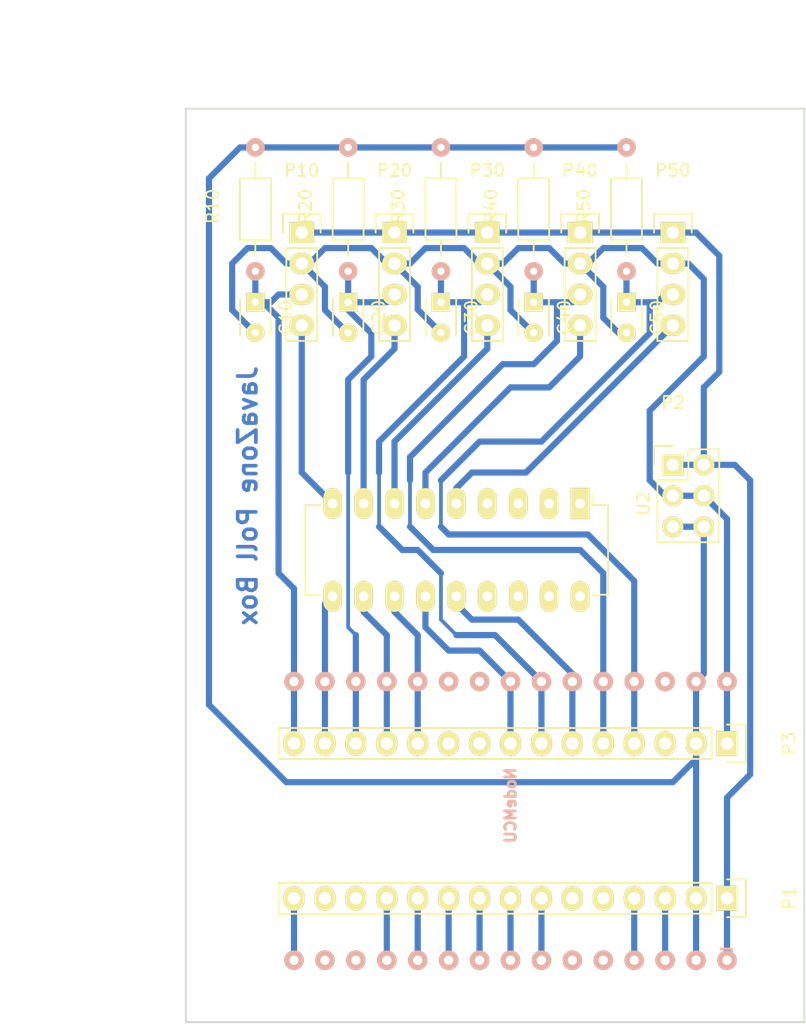
<source format=kicad_pcb>
(kicad_pcb (version 4) (host pcbnew 4.0.2+dfsg1-stable)

  (general
    (links 75)
    (no_connects 0)
    (area 77.394999 44.374999 128.345001 119.455001)
    (thickness 1.6)
    (drawings 9)
    (tracks 208)
    (zones 0)
    (modules 20)
    (nets 28)
  )

  (page A4)
  (layers
    (0 F.Cu signal)
    (31 B.Cu signal)
    (32 B.Adhes user hide)
    (33 F.Adhes user hide)
    (34 B.Paste user)
    (35 F.Paste user)
    (36 B.SilkS user hide)
    (37 F.SilkS user hide)
    (38 B.Mask user)
    (39 F.Mask user)
    (40 Dwgs.User user)
    (41 Cmts.User user)
    (42 Eco1.User user)
    (43 Eco2.User user)
    (44 Edge.Cuts user)
    (45 Margin user)
    (46 B.CrtYd user)
    (47 F.CrtYd user)
    (48 B.Fab user)
    (49 F.Fab user)
  )

  (setup
    (last_trace_width 0.508)
    (user_trace_width 0.3048)
    (user_trace_width 0.508)
    (trace_clearance 0.254)
    (zone_clearance 0.508)
    (zone_45_only no)
    (trace_min 0.3048)
    (segment_width 0.2)
    (edge_width 0.15)
    (via_size 0.6)
    (via_drill 0.4)
    (via_min_size 0.4)
    (via_min_drill 0.3)
    (uvia_size 0.3)
    (uvia_drill 0.1)
    (uvias_allowed no)
    (uvia_min_size 0)
    (uvia_min_drill 0)
    (pcb_text_width 0.3)
    (pcb_text_size 1.5 1.5)
    (mod_edge_width 0.15)
    (mod_text_size 1 1)
    (mod_text_width 0.15)
    (pad_size 1.524 1.524)
    (pad_drill 0.6)
    (pad_to_mask_clearance 0.2)
    (aux_axis_origin 0 0)
    (grid_origin 118.11 74.93)
    (visible_elements FFFCBF7F)
    (pcbplotparams
      (layerselection 0x00030_80000001)
      (usegerberextensions false)
      (excludeedgelayer true)
      (linewidth 0.100000)
      (plotframeref false)
      (viasonmask false)
      (mode 1)
      (useauxorigin false)
      (hpglpennumber 1)
      (hpglpenspeed 20)
      (hpglpendiameter 15)
      (hpglpenoverlay 2)
      (psnegative false)
      (psa4output false)
      (plotreference true)
      (plotvalue true)
      (plotinvisibletext false)
      (padsonsilk false)
      (subtractmaskfromsilk false)
      (outputformat 1)
      (mirror false)
      (drillshape 1)
      (scaleselection 1)
      (outputdirectory ""))
  )

  (net 0 "")
  (net 1 +3V3)
  (net 2 +5V)
  (net 3 GND)
  (net 4 /LED_1)
  (net 5 /LED_2)
  (net 6 /LED_3)
  (net 7 /LED_4)
  (net 8 /SWITCH_1)
  (net 9 /SWITCH_2)
  (net 10 /SWITCH_3)
  (net 11 /SWITCH_4)
  (net 12 /SWITCH_5)
  (net 13 /LED_5)
  (net 14 /~RST)
  (net 15 /EN)
  (net 16 /CLK)
  (net 17 /SD0)
  (net 18 /CMD)
  (net 19 /SD1)
  (net 20 /SD2)
  (net 21 /SD3)
  (net 22 /AD0)
  (net 23 "Net-(P3-Pad14)")
  (net 24 "Net-(P3-Pad12)")
  (net 25 "Net-(P3-Pad11)")
  (net 26 "Net-(P3-Pad8)")
  (net 27 "Net-(P3-Pad6)")

  (net_class Default "This is the default net class."
    (clearance 0.254)
    (trace_width 0.508)
    (via_dia 0.6)
    (via_drill 0.4)
    (uvia_dia 0.3)
    (uvia_drill 0.1)
    (add_net +3V3)
    (add_net +5V)
    (add_net /AD0)
    (add_net /CLK)
    (add_net /CMD)
    (add_net /EN)
    (add_net /LED_1)
    (add_net /LED_2)
    (add_net /LED_3)
    (add_net /LED_4)
    (add_net /LED_5)
    (add_net /SD0)
    (add_net /SD1)
    (add_net /SD2)
    (add_net /SD3)
    (add_net /SWITCH_1)
    (add_net /SWITCH_2)
    (add_net /SWITCH_3)
    (add_net /SWITCH_4)
    (add_net /SWITCH_5)
    (add_net /~RST)
    (add_net GND)
    (add_net "Net-(P3-Pad11)")
    (add_net "Net-(P3-Pad12)")
    (add_net "Net-(P3-Pad14)")
    (add_net "Net-(P3-Pad6)")
    (add_net "Net-(P3-Pad8)")
  )

  (module Pin_Headers:Pin_Header_Straight_1x04 (layer F.Cu) (tedit 0) (tstamp 57403777)
    (at 109.855 54.61)
    (descr "Through hole pin header")
    (tags "pin header")
    (path /573F857B)
    (fp_text reference P40 (at 0 -5.1) (layer F.SilkS)
      (effects (font (size 1 1) (thickness 0.15)))
    )
    (fp_text value CONN_01X04 (at 0 -3.1) (layer F.Fab)
      (effects (font (size 1 1) (thickness 0.15)))
    )
    (fp_line (start -1.75 -1.75) (end -1.75 9.4) (layer F.CrtYd) (width 0.05))
    (fp_line (start 1.75 -1.75) (end 1.75 9.4) (layer F.CrtYd) (width 0.05))
    (fp_line (start -1.75 -1.75) (end 1.75 -1.75) (layer F.CrtYd) (width 0.05))
    (fp_line (start -1.75 9.4) (end 1.75 9.4) (layer F.CrtYd) (width 0.05))
    (fp_line (start -1.27 1.27) (end -1.27 8.89) (layer F.SilkS) (width 0.15))
    (fp_line (start 1.27 1.27) (end 1.27 8.89) (layer F.SilkS) (width 0.15))
    (fp_line (start 1.55 -1.55) (end 1.55 0) (layer F.SilkS) (width 0.15))
    (fp_line (start -1.27 8.89) (end 1.27 8.89) (layer F.SilkS) (width 0.15))
    (fp_line (start 1.27 1.27) (end -1.27 1.27) (layer F.SilkS) (width 0.15))
    (fp_line (start -1.55 0) (end -1.55 -1.55) (layer F.SilkS) (width 0.15))
    (fp_line (start -1.55 -1.55) (end 1.55 -1.55) (layer F.SilkS) (width 0.15))
    (pad 1 thru_hole rect (at 0 0) (size 2.032 1.7272) (drill 1.016) (layers *.Cu *.Mask F.SilkS)
      (net 2 +5V))
    (pad 2 thru_hole oval (at 0 2.54) (size 2.032 1.7272) (drill 1.016) (layers *.Cu *.Mask F.SilkS)
      (net 1 +3V3))
    (pad 3 thru_hole oval (at 0 5.08) (size 2.032 1.7272) (drill 1.016) (layers *.Cu *.Mask F.SilkS)
      (net 11 /SWITCH_4))
    (pad 4 thru_hole oval (at 0 7.62) (size 2.032 1.7272) (drill 1.016) (layers *.Cu *.Mask F.SilkS)
      (net 7 /LED_4))
    (model Pin_Headers.3dshapes/Pin_Header_Straight_1x04.wrl
      (at (xyz 0 -0.15 0))
      (scale (xyz 1 1 1))
      (rotate (xyz 0 0 90))
    )
  )

  (module Capacitors_ThroughHole:C_Disc_D3_P2.5 (layer F.Cu) (tedit 0) (tstamp 57403741)
    (at 98.425 60.325 270)
    (descr "Capacitor 3mm Disc, Pitch 2.5mm")
    (tags Capacitor)
    (path /573F7D27)
    (fp_text reference C30 (at 1.25 -2.5 270) (layer F.SilkS)
      (effects (font (size 1 1) (thickness 0.15)))
    )
    (fp_text value 100n (at 1.25 2.5 270) (layer F.Fab)
      (effects (font (size 1 1) (thickness 0.15)))
    )
    (fp_line (start -0.9 -1.5) (end 3.4 -1.5) (layer F.CrtYd) (width 0.05))
    (fp_line (start 3.4 -1.5) (end 3.4 1.5) (layer F.CrtYd) (width 0.05))
    (fp_line (start 3.4 1.5) (end -0.9 1.5) (layer F.CrtYd) (width 0.05))
    (fp_line (start -0.9 1.5) (end -0.9 -1.5) (layer F.CrtYd) (width 0.05))
    (fp_line (start -0.25 -1.25) (end 2.75 -1.25) (layer F.SilkS) (width 0.15))
    (fp_line (start 2.75 1.25) (end -0.25 1.25) (layer F.SilkS) (width 0.15))
    (pad 1 thru_hole rect (at 0 0 270) (size 1.524 1.524) (drill 0.6) (layers *.Cu *.Mask F.SilkS)
      (net 10 /SWITCH_3))
    (pad 2 thru_hole circle (at 2.5 0 270) (size 1.524 1.524) (drill 0.6) (layers *.Cu *.Mask F.SilkS)
      (net 1 +3V3))
    (model Capacitors_ThroughHole.3dshapes/C_Disc_D3_P2.5.wrl
      (at (xyz 0.0492126 0 0))
      (scale (xyz 1 1 1))
      (rotate (xyz 0 0 0))
    )
  )

  (module Resistors_ThroughHole:Resistor_Horizontal_RM10mm (layer F.Cu) (tedit 53F56209) (tstamp 57403785)
    (at 90.805 52.705 90)
    (descr "Resistor, Axial,  RM 10mm, 1/3W,")
    (tags "Resistor, Axial, RM 10mm, 1/3W,")
    (path /573F7C6A)
    (fp_text reference R20 (at 0.24892 -3.50012 90) (layer F.SilkS)
      (effects (font (size 1 1) (thickness 0.15)))
    )
    (fp_text value 10k (at 3.81 3.81 90) (layer F.Fab)
      (effects (font (size 1 1) (thickness 0.15)))
    )
    (fp_line (start -2.54 -1.27) (end 2.54 -1.27) (layer F.SilkS) (width 0.15))
    (fp_line (start 2.54 -1.27) (end 2.54 1.27) (layer F.SilkS) (width 0.15))
    (fp_line (start 2.54 1.27) (end -2.54 1.27) (layer F.SilkS) (width 0.15))
    (fp_line (start -2.54 1.27) (end -2.54 -1.27) (layer F.SilkS) (width 0.15))
    (fp_line (start -2.54 0) (end -3.81 0) (layer F.SilkS) (width 0.15))
    (fp_line (start 2.54 0) (end 3.81 0) (layer F.SilkS) (width 0.15))
    (pad 1 thru_hole circle (at -5.08 0 90) (size 1.524 1.524) (drill 0.6) (layers *.Cu *.SilkS *.Mask)
      (net 9 /SWITCH_2))
    (pad 2 thru_hole circle (at 5.08 0 90) (size 1.524 1.524) (drill 0.6) (layers *.Cu *.SilkS *.Mask)
      (net 3 GND))
    (model Resistors_ThroughHole.3dshapes/Resistor_Horizontal_RM10mm.wrl
      (at (xyz 0 0 0))
      (scale (xyz 0.4 0.4 0.4))
      (rotate (xyz 0 0 0))
    )
  )

  (module Capacitors_ThroughHole:C_Disc_D3_P2.5 (layer F.Cu) (tedit 57A36514) (tstamp 57403266)
    (at 83.185 60.325 270)
    (descr "Capacitor 3mm Disc, Pitch 2.5mm")
    (tags Capacitor)
    (path /565CBA55)
    (fp_text reference C10 (at 1.25 -2.5 270) (layer F.SilkS)
      (effects (font (size 1 1) (thickness 0.15)))
    )
    (fp_text value 100n (at 1.25 2.5 270) (layer F.Fab)
      (effects (font (size 1 1) (thickness 0.15)))
    )
    (fp_line (start -0.9 -1.5) (end 3.4 -1.5) (layer F.CrtYd) (width 0.05))
    (fp_line (start 3.4 -1.5) (end 3.4 1.5) (layer F.CrtYd) (width 0.05))
    (fp_line (start 3.4 1.5) (end -0.9 1.5) (layer F.CrtYd) (width 0.05))
    (fp_line (start -0.9 1.5) (end -0.9 -1.5) (layer F.CrtYd) (width 0.05))
    (fp_line (start -0.25 -1.25) (end 2.75 -1.25) (layer F.SilkS) (width 0.15))
    (fp_line (start 2.75 1.25) (end -0.25 1.25) (layer F.SilkS) (width 0.15))
    (pad 1 thru_hole rect (at 0 0 270) (size 1.524 1.524) (drill 0.6) (layers *.Cu *.Mask F.SilkS)
      (net 8 /SWITCH_1))
    (pad 2 thru_hole circle (at 2.5 0 270) (size 1.524 1.524) (drill 0.6) (layers *.Cu *.Mask F.SilkS)
      (net 1 +3V3))
    (model Capacitors_ThroughHole.3dshapes/C_Disc_D3_P2.5.wrl
      (at (xyz 0.0492126 0 0))
      (scale (xyz 1 1 1))
      (rotate (xyz 0 0 0))
    )
  )

  (module Resistors_ThroughHole:Resistor_Horizontal_RM10mm (layer F.Cu) (tedit 57A364B4) (tstamp 574032B6)
    (at 83.185 52.705 90)
    (descr "Resistor, Axial,  RM 10mm, 1/3W,")
    (tags "Resistor, Axial, RM 10mm, 1/3W,")
    (path /565CB6A0)
    (fp_text reference R10 (at 0.24892 -3.50012 90) (layer F.SilkS)
      (effects (font (size 1 1) (thickness 0.15)))
    )
    (fp_text value 10k (at 3.81 3.81 90) (layer F.Fab)
      (effects (font (size 1 1) (thickness 0.15)))
    )
    (fp_line (start -2.54 -1.27) (end 2.54 -1.27) (layer F.SilkS) (width 0.15))
    (fp_line (start 2.54 -1.27) (end 2.54 1.27) (layer F.SilkS) (width 0.15))
    (fp_line (start 2.54 1.27) (end -2.54 1.27) (layer F.SilkS) (width 0.15))
    (fp_line (start -2.54 1.27) (end -2.54 -1.27) (layer F.SilkS) (width 0.15))
    (fp_line (start -2.54 0) (end -3.81 0) (layer F.SilkS) (width 0.15))
    (fp_line (start 2.54 0) (end 3.81 0) (layer F.SilkS) (width 0.15))
    (pad 1 thru_hole circle (at -5.08 0 90) (size 1.524 1.524) (drill 0.6) (layers *.Cu *.SilkS *.Mask)
      (net 8 /SWITCH_1))
    (pad 2 thru_hole circle (at 5.08 0 90) (size 1.524 1.524) (drill 0.6) (layers *.Cu *.SilkS *.Mask)
      (net 3 GND))
    (model Resistors_ThroughHole.3dshapes/Resistor_Horizontal_RM10mm.wrl
      (at (xyz 0 0 0))
      (scale (xyz 0.4 0.4 0.4))
      (rotate (xyz 0 0 0))
    )
  )

  (module Housings_DIP:DIP-18_W7.62mm (layer F.Cu) (tedit 57A36318) (tstamp 574034F9)
    (at 109.855 76.835 270)
    (descr "18-lead dip package, row spacing 7.62 mm (300 mils)")
    (tags "dil dip 2.54 300")
    (path /573FD560)
    (fp_text reference U2 (at 0 -5.22 270) (layer F.SilkS)
      (effects (font (size 1 1) (thickness 0.15)))
    )
    (fp_text value ULN2803 (at 0 -3.72 270) (layer F.Fab)
      (effects (font (size 1 1) (thickness 0.15)))
    )
    (fp_line (start -1.05 -2.45) (end -1.05 22.8) (layer F.CrtYd) (width 0.05))
    (fp_line (start 8.65 -2.45) (end 8.65 22.8) (layer F.CrtYd) (width 0.05))
    (fp_line (start -1.05 -2.45) (end 8.65 -2.45) (layer F.CrtYd) (width 0.05))
    (fp_line (start -1.05 22.8) (end 8.65 22.8) (layer F.CrtYd) (width 0.05))
    (fp_line (start 0.135 -2.295) (end 0.135 -1.025) (layer F.SilkS) (width 0.15))
    (fp_line (start 7.485 -2.295) (end 7.485 -1.025) (layer F.SilkS) (width 0.15))
    (fp_line (start 7.485 22.615) (end 7.485 21.345) (layer F.SilkS) (width 0.15))
    (fp_line (start 0.135 22.615) (end 0.135 21.345) (layer F.SilkS) (width 0.15))
    (fp_line (start 0.135 -2.295) (end 7.485 -2.295) (layer F.SilkS) (width 0.15))
    (fp_line (start 0.135 22.615) (end 7.485 22.615) (layer F.SilkS) (width 0.15))
    (fp_line (start 0.135 -1.025) (end -0.8 -1.025) (layer F.SilkS) (width 0.15))
    (pad 1 thru_hole rect (at 0 0 270) (size 2.54 1.524) (drill 0.8) (layers *.Cu *.Mask F.SilkS))
    (pad 2 thru_hole oval (at 0 2.54 270) (size 2.54 1.524) (drill 0.8) (layers *.Cu *.Mask F.SilkS))
    (pad 3 thru_hole oval (at 0 5.08 270) (size 2.54 1.524) (drill 0.8) (layers *.Cu *.Mask F.SilkS))
    (pad 4 thru_hole oval (at 0 7.62 270) (size 2.54 1.524) (drill 0.8) (layers *.Cu *.Mask F.SilkS))
    (pad 5 thru_hole oval (at 0 10.16 270) (size 2.54 1.524) (drill 0.8) (layers *.Cu *.Mask F.SilkS)
      (net 13 /LED_5))
    (pad 6 thru_hole oval (at 0 12.7 270) (size 2.54 1.524) (drill 0.8) (layers *.Cu *.Mask F.SilkS)
      (net 7 /LED_4))
    (pad 7 thru_hole oval (at 0 15.24 270) (size 2.54 1.524) (drill 0.8) (layers *.Cu *.Mask F.SilkS)
      (net 6 /LED_3))
    (pad 8 thru_hole oval (at 0 17.78 270) (size 2.54 1.524) (drill 0.8) (layers *.Cu *.Mask F.SilkS)
      (net 5 /LED_2))
    (pad 9 thru_hole oval (at 0 20.32 270) (size 2.54 1.524) (drill 0.8) (layers *.Cu *.Mask F.SilkS)
      (net 4 /LED_1))
    (pad 10 thru_hole oval (at 7.62 20.32 270) (size 2.54 1.524) (drill 0.8) (layers *.Cu *.Mask F.SilkS)
      (net 23 "Net-(P3-Pad14)"))
    (pad 11 thru_hole oval (at 7.62 17.78 270) (size 2.54 1.524) (drill 0.8) (layers *.Cu *.Mask F.SilkS)
      (net 24 "Net-(P3-Pad12)"))
    (pad 12 thru_hole oval (at 7.62 15.24 270) (size 2.54 1.524) (drill 0.8) (layers *.Cu *.Mask F.SilkS)
      (net 25 "Net-(P3-Pad11)"))
    (pad 13 thru_hole oval (at 7.62 12.7 270) (size 2.54 1.524) (drill 0.8) (layers *.Cu *.Mask F.SilkS)
      (net 26 "Net-(P3-Pad8)"))
    (pad 14 thru_hole oval (at 7.62 10.16 270) (size 2.54 1.524) (drill 0.8) (layers *.Cu *.Mask F.SilkS)
      (net 27 "Net-(P3-Pad6)"))
    (pad 15 thru_hole oval (at 7.62 7.62 270) (size 2.54 1.524) (drill 0.8) (layers *.Cu *.Mask F.SilkS))
    (pad 16 thru_hole oval (at 7.62 5.08 270) (size 2.54 1.524) (drill 0.8) (layers *.Cu *.Mask F.SilkS))
    (pad 17 thru_hole oval (at 7.62 2.54 270) (size 2.54 1.524) (drill 0.8) (layers *.Cu *.Mask F.SilkS))
    (pad 18 thru_hole oval (at 7.62 0 270) (size 2.54 1.524) (drill 0.8) (layers *.Cu *.Mask F.SilkS))
    (model Housings_DIP.3dshapes/DIP-18_W7.62mm.wrl
      (at (xyz 0 0 0))
      (scale (xyz 1 1 1))
      (rotate (xyz 0 0 0))
    )
  )

  (module Capacitors_ThroughHole:C_Disc_D3_P2.5 (layer F.Cu) (tedit 0) (tstamp 5740373B)
    (at 90.805 60.325 270)
    (descr "Capacitor 3mm Disc, Pitch 2.5mm")
    (tags Capacitor)
    (path /573F7C70)
    (fp_text reference C20 (at 1.25 -2.5 270) (layer F.SilkS)
      (effects (font (size 1 1) (thickness 0.15)))
    )
    (fp_text value 100n (at 1.25 2.5 270) (layer F.Fab)
      (effects (font (size 1 1) (thickness 0.15)))
    )
    (fp_line (start -0.9 -1.5) (end 3.4 -1.5) (layer F.CrtYd) (width 0.05))
    (fp_line (start 3.4 -1.5) (end 3.4 1.5) (layer F.CrtYd) (width 0.05))
    (fp_line (start 3.4 1.5) (end -0.9 1.5) (layer F.CrtYd) (width 0.05))
    (fp_line (start -0.9 1.5) (end -0.9 -1.5) (layer F.CrtYd) (width 0.05))
    (fp_line (start -0.25 -1.25) (end 2.75 -1.25) (layer F.SilkS) (width 0.15))
    (fp_line (start 2.75 1.25) (end -0.25 1.25) (layer F.SilkS) (width 0.15))
    (pad 1 thru_hole rect (at 0 0 270) (size 1.524 1.524) (drill 0.6) (layers *.Cu *.Mask F.SilkS)
      (net 9 /SWITCH_2))
    (pad 2 thru_hole circle (at 2.5 0 270) (size 1.524 1.524) (drill 0.6) (layers *.Cu *.Mask F.SilkS)
      (net 1 +3V3))
    (model Capacitors_ThroughHole.3dshapes/C_Disc_D3_P2.5.wrl
      (at (xyz 0.0492126 0 0))
      (scale (xyz 1 1 1))
      (rotate (xyz 0 0 0))
    )
  )

  (module Capacitors_ThroughHole:C_Disc_D3_P2.5 (layer F.Cu) (tedit 0) (tstamp 57403747)
    (at 106.045 60.325 270)
    (descr "Capacitor 3mm Disc, Pitch 2.5mm")
    (tags Capacitor)
    (path /573F8566)
    (fp_text reference C40 (at 1.25 -2.5 270) (layer F.SilkS)
      (effects (font (size 1 1) (thickness 0.15)))
    )
    (fp_text value 100n (at 1.25 2.5 270) (layer F.Fab)
      (effects (font (size 1 1) (thickness 0.15)))
    )
    (fp_line (start -0.9 -1.5) (end 3.4 -1.5) (layer F.CrtYd) (width 0.05))
    (fp_line (start 3.4 -1.5) (end 3.4 1.5) (layer F.CrtYd) (width 0.05))
    (fp_line (start 3.4 1.5) (end -0.9 1.5) (layer F.CrtYd) (width 0.05))
    (fp_line (start -0.9 1.5) (end -0.9 -1.5) (layer F.CrtYd) (width 0.05))
    (fp_line (start -0.25 -1.25) (end 2.75 -1.25) (layer F.SilkS) (width 0.15))
    (fp_line (start 2.75 1.25) (end -0.25 1.25) (layer F.SilkS) (width 0.15))
    (pad 1 thru_hole rect (at 0 0 270) (size 1.524 1.524) (drill 0.6) (layers *.Cu *.Mask F.SilkS)
      (net 11 /SWITCH_4))
    (pad 2 thru_hole circle (at 2.5 0 270) (size 1.524 1.524) (drill 0.6) (layers *.Cu *.Mask F.SilkS)
      (net 1 +3V3))
    (model Capacitors_ThroughHole.3dshapes/C_Disc_D3_P2.5.wrl
      (at (xyz 0.0492126 0 0))
      (scale (xyz 1 1 1))
      (rotate (xyz 0 0 0))
    )
  )

  (module Capacitors_ThroughHole:C_Disc_D3_P2.5 (layer F.Cu) (tedit 0) (tstamp 5740374D)
    (at 113.665 60.325 270)
    (descr "Capacitor 3mm Disc, Pitch 2.5mm")
    (tags Capacitor)
    (path /573F8896)
    (fp_text reference C50 (at 1.25 -2.5 270) (layer F.SilkS)
      (effects (font (size 1 1) (thickness 0.15)))
    )
    (fp_text value 100n (at 1.25 2.5 270) (layer F.Fab)
      (effects (font (size 1 1) (thickness 0.15)))
    )
    (fp_line (start -0.9 -1.5) (end 3.4 -1.5) (layer F.CrtYd) (width 0.05))
    (fp_line (start 3.4 -1.5) (end 3.4 1.5) (layer F.CrtYd) (width 0.05))
    (fp_line (start 3.4 1.5) (end -0.9 1.5) (layer F.CrtYd) (width 0.05))
    (fp_line (start -0.9 1.5) (end -0.9 -1.5) (layer F.CrtYd) (width 0.05))
    (fp_line (start -0.25 -1.25) (end 2.75 -1.25) (layer F.SilkS) (width 0.15))
    (fp_line (start 2.75 1.25) (end -0.25 1.25) (layer F.SilkS) (width 0.15))
    (pad 1 thru_hole rect (at 0 0 270) (size 1.524 1.524) (drill 0.6) (layers *.Cu *.Mask F.SilkS)
      (net 12 /SWITCH_5))
    (pad 2 thru_hole circle (at 2.5 0 270) (size 1.524 1.524) (drill 0.6) (layers *.Cu *.Mask F.SilkS)
      (net 1 +3V3))
    (model Capacitors_ThroughHole.3dshapes/C_Disc_D3_P2.5.wrl
      (at (xyz 0.0492126 0 0))
      (scale (xyz 1 1 1))
      (rotate (xyz 0 0 0))
    )
  )

  (module Pin_Headers:Pin_Header_Straight_2x03 (layer F.Cu) (tedit 54EA0A4B) (tstamp 57403757)
    (at 117.475 73.66)
    (descr "Through hole pin header")
    (tags "pin header")
    (path /56A492E2)
    (fp_text reference P2 (at 0 -5.1) (layer F.SilkS)
      (effects (font (size 1 1) (thickness 0.15)))
    )
    (fp_text value CONN_02X03 (at 0 -3.1) (layer F.Fab)
      (effects (font (size 1 1) (thickness 0.15)))
    )
    (fp_line (start -1.27 1.27) (end -1.27 6.35) (layer F.SilkS) (width 0.15))
    (fp_line (start -1.55 -1.55) (end 0 -1.55) (layer F.SilkS) (width 0.15))
    (fp_line (start -1.75 -1.75) (end -1.75 6.85) (layer F.CrtYd) (width 0.05))
    (fp_line (start 4.3 -1.75) (end 4.3 6.85) (layer F.CrtYd) (width 0.05))
    (fp_line (start -1.75 -1.75) (end 4.3 -1.75) (layer F.CrtYd) (width 0.05))
    (fp_line (start -1.75 6.85) (end 4.3 6.85) (layer F.CrtYd) (width 0.05))
    (fp_line (start 1.27 -1.27) (end 1.27 1.27) (layer F.SilkS) (width 0.15))
    (fp_line (start 1.27 1.27) (end -1.27 1.27) (layer F.SilkS) (width 0.15))
    (fp_line (start -1.27 6.35) (end 3.81 6.35) (layer F.SilkS) (width 0.15))
    (fp_line (start 3.81 6.35) (end 3.81 1.27) (layer F.SilkS) (width 0.15))
    (fp_line (start -1.55 -1.55) (end -1.55 0) (layer F.SilkS) (width 0.15))
    (fp_line (start 3.81 -1.27) (end 1.27 -1.27) (layer F.SilkS) (width 0.15))
    (fp_line (start 3.81 1.27) (end 3.81 -1.27) (layer F.SilkS) (width 0.15))
    (pad 1 thru_hole rect (at 0 0) (size 1.7272 1.7272) (drill 1.016) (layers *.Cu *.Mask F.SilkS)
      (net 2 +5V))
    (pad 2 thru_hole oval (at 2.54 0) (size 1.7272 1.7272) (drill 1.016) (layers *.Cu *.Mask F.SilkS)
      (net 2 +5V))
    (pad 3 thru_hole oval (at 0 2.54) (size 1.7272 1.7272) (drill 1.016) (layers *.Cu *.Mask F.SilkS)
      (net 1 +3V3))
    (pad 4 thru_hole oval (at 2.54 2.54) (size 1.7272 1.7272) (drill 1.016) (layers *.Cu *.Mask F.SilkS)
      (net 1 +3V3))
    (pad 5 thru_hole oval (at 0 5.08) (size 1.7272 1.7272) (drill 1.016) (layers *.Cu *.Mask F.SilkS)
      (net 3 GND))
    (pad 6 thru_hole oval (at 2.54 5.08) (size 1.7272 1.7272) (drill 1.016) (layers *.Cu *.Mask F.SilkS)
      (net 3 GND))
    (model Pin_Headers.3dshapes/Pin_Header_Straight_2x03.wrl
      (at (xyz 0.05 -0.1 0))
      (scale (xyz 1 1 1))
      (rotate (xyz 0 0 90))
    )
  )

  (module Pin_Headers:Pin_Header_Straight_1x04 (layer F.Cu) (tedit 0) (tstamp 5740375F)
    (at 86.995 54.61)
    (descr "Through hole pin header")
    (tags "pin header")
    (path /573F6CAE)
    (fp_text reference P10 (at 0 -5.1) (layer F.SilkS)
      (effects (font (size 1 1) (thickness 0.15)))
    )
    (fp_text value CONN_01X04 (at 0 -3.1) (layer F.Fab)
      (effects (font (size 1 1) (thickness 0.15)))
    )
    (fp_line (start -1.75 -1.75) (end -1.75 9.4) (layer F.CrtYd) (width 0.05))
    (fp_line (start 1.75 -1.75) (end 1.75 9.4) (layer F.CrtYd) (width 0.05))
    (fp_line (start -1.75 -1.75) (end 1.75 -1.75) (layer F.CrtYd) (width 0.05))
    (fp_line (start -1.75 9.4) (end 1.75 9.4) (layer F.CrtYd) (width 0.05))
    (fp_line (start -1.27 1.27) (end -1.27 8.89) (layer F.SilkS) (width 0.15))
    (fp_line (start 1.27 1.27) (end 1.27 8.89) (layer F.SilkS) (width 0.15))
    (fp_line (start 1.55 -1.55) (end 1.55 0) (layer F.SilkS) (width 0.15))
    (fp_line (start -1.27 8.89) (end 1.27 8.89) (layer F.SilkS) (width 0.15))
    (fp_line (start 1.27 1.27) (end -1.27 1.27) (layer F.SilkS) (width 0.15))
    (fp_line (start -1.55 0) (end -1.55 -1.55) (layer F.SilkS) (width 0.15))
    (fp_line (start -1.55 -1.55) (end 1.55 -1.55) (layer F.SilkS) (width 0.15))
    (pad 1 thru_hole rect (at 0 0) (size 2.032 1.7272) (drill 1.016) (layers *.Cu *.Mask F.SilkS)
      (net 2 +5V))
    (pad 2 thru_hole oval (at 0 2.54) (size 2.032 1.7272) (drill 1.016) (layers *.Cu *.Mask F.SilkS)
      (net 1 +3V3))
    (pad 3 thru_hole oval (at 0 5.08) (size 2.032 1.7272) (drill 1.016) (layers *.Cu *.Mask F.SilkS)
      (net 8 /SWITCH_1))
    (pad 4 thru_hole oval (at 0 7.62) (size 2.032 1.7272) (drill 1.016) (layers *.Cu *.Mask F.SilkS)
      (net 4 /LED_1))
    (model Pin_Headers.3dshapes/Pin_Header_Straight_1x04.wrl
      (at (xyz 0 -0.15 0))
      (scale (xyz 1 1 1))
      (rotate (xyz 0 0 90))
    )
  )

  (module Pin_Headers:Pin_Header_Straight_1x04 (layer F.Cu) (tedit 0) (tstamp 57403767)
    (at 94.615 54.61)
    (descr "Through hole pin header")
    (tags "pin header")
    (path /573F7C83)
    (fp_text reference P20 (at 0 -5.1) (layer F.SilkS)
      (effects (font (size 1 1) (thickness 0.15)))
    )
    (fp_text value CONN_01X04 (at 0 -3.1) (layer F.Fab)
      (effects (font (size 1 1) (thickness 0.15)))
    )
    (fp_line (start -1.75 -1.75) (end -1.75 9.4) (layer F.CrtYd) (width 0.05))
    (fp_line (start 1.75 -1.75) (end 1.75 9.4) (layer F.CrtYd) (width 0.05))
    (fp_line (start -1.75 -1.75) (end 1.75 -1.75) (layer F.CrtYd) (width 0.05))
    (fp_line (start -1.75 9.4) (end 1.75 9.4) (layer F.CrtYd) (width 0.05))
    (fp_line (start -1.27 1.27) (end -1.27 8.89) (layer F.SilkS) (width 0.15))
    (fp_line (start 1.27 1.27) (end 1.27 8.89) (layer F.SilkS) (width 0.15))
    (fp_line (start 1.55 -1.55) (end 1.55 0) (layer F.SilkS) (width 0.15))
    (fp_line (start -1.27 8.89) (end 1.27 8.89) (layer F.SilkS) (width 0.15))
    (fp_line (start 1.27 1.27) (end -1.27 1.27) (layer F.SilkS) (width 0.15))
    (fp_line (start -1.55 0) (end -1.55 -1.55) (layer F.SilkS) (width 0.15))
    (fp_line (start -1.55 -1.55) (end 1.55 -1.55) (layer F.SilkS) (width 0.15))
    (pad 1 thru_hole rect (at 0 0) (size 2.032 1.7272) (drill 1.016) (layers *.Cu *.Mask F.SilkS)
      (net 2 +5V))
    (pad 2 thru_hole oval (at 0 2.54) (size 2.032 1.7272) (drill 1.016) (layers *.Cu *.Mask F.SilkS)
      (net 1 +3V3))
    (pad 3 thru_hole oval (at 0 5.08) (size 2.032 1.7272) (drill 1.016) (layers *.Cu *.Mask F.SilkS)
      (net 9 /SWITCH_2))
    (pad 4 thru_hole oval (at 0 7.62) (size 2.032 1.7272) (drill 1.016) (layers *.Cu *.Mask F.SilkS)
      (net 5 /LED_2))
    (model Pin_Headers.3dshapes/Pin_Header_Straight_1x04.wrl
      (at (xyz 0 -0.15 0))
      (scale (xyz 1 1 1))
      (rotate (xyz 0 0 90))
    )
  )

  (module Pin_Headers:Pin_Header_Straight_1x04 (layer F.Cu) (tedit 0) (tstamp 5740376F)
    (at 102.235 54.61)
    (descr "Through hole pin header")
    (tags "pin header")
    (path /573F7D3A)
    (fp_text reference P30 (at 0 -5.1) (layer F.SilkS)
      (effects (font (size 1 1) (thickness 0.15)))
    )
    (fp_text value CONN_01X04 (at 0 -3.1) (layer F.Fab)
      (effects (font (size 1 1) (thickness 0.15)))
    )
    (fp_line (start -1.75 -1.75) (end -1.75 9.4) (layer F.CrtYd) (width 0.05))
    (fp_line (start 1.75 -1.75) (end 1.75 9.4) (layer F.CrtYd) (width 0.05))
    (fp_line (start -1.75 -1.75) (end 1.75 -1.75) (layer F.CrtYd) (width 0.05))
    (fp_line (start -1.75 9.4) (end 1.75 9.4) (layer F.CrtYd) (width 0.05))
    (fp_line (start -1.27 1.27) (end -1.27 8.89) (layer F.SilkS) (width 0.15))
    (fp_line (start 1.27 1.27) (end 1.27 8.89) (layer F.SilkS) (width 0.15))
    (fp_line (start 1.55 -1.55) (end 1.55 0) (layer F.SilkS) (width 0.15))
    (fp_line (start -1.27 8.89) (end 1.27 8.89) (layer F.SilkS) (width 0.15))
    (fp_line (start 1.27 1.27) (end -1.27 1.27) (layer F.SilkS) (width 0.15))
    (fp_line (start -1.55 0) (end -1.55 -1.55) (layer F.SilkS) (width 0.15))
    (fp_line (start -1.55 -1.55) (end 1.55 -1.55) (layer F.SilkS) (width 0.15))
    (pad 1 thru_hole rect (at 0 0) (size 2.032 1.7272) (drill 1.016) (layers *.Cu *.Mask F.SilkS)
      (net 2 +5V))
    (pad 2 thru_hole oval (at 0 2.54) (size 2.032 1.7272) (drill 1.016) (layers *.Cu *.Mask F.SilkS)
      (net 1 +3V3))
    (pad 3 thru_hole oval (at 0 5.08) (size 2.032 1.7272) (drill 1.016) (layers *.Cu *.Mask F.SilkS)
      (net 10 /SWITCH_3))
    (pad 4 thru_hole oval (at 0 7.62) (size 2.032 1.7272) (drill 1.016) (layers *.Cu *.Mask F.SilkS)
      (net 6 /LED_3))
    (model Pin_Headers.3dshapes/Pin_Header_Straight_1x04.wrl
      (at (xyz 0 -0.15 0))
      (scale (xyz 1 1 1))
      (rotate (xyz 0 0 90))
    )
  )

  (module Pin_Headers:Pin_Header_Straight_1x04 (layer F.Cu) (tedit 0) (tstamp 5740377F)
    (at 117.475 54.61)
    (descr "Through hole pin header")
    (tags "pin header")
    (path /573F88AB)
    (fp_text reference P50 (at 0 -5.1) (layer F.SilkS)
      (effects (font (size 1 1) (thickness 0.15)))
    )
    (fp_text value CONN_01X04 (at 0 -3.1) (layer F.Fab)
      (effects (font (size 1 1) (thickness 0.15)))
    )
    (fp_line (start -1.75 -1.75) (end -1.75 9.4) (layer F.CrtYd) (width 0.05))
    (fp_line (start 1.75 -1.75) (end 1.75 9.4) (layer F.CrtYd) (width 0.05))
    (fp_line (start -1.75 -1.75) (end 1.75 -1.75) (layer F.CrtYd) (width 0.05))
    (fp_line (start -1.75 9.4) (end 1.75 9.4) (layer F.CrtYd) (width 0.05))
    (fp_line (start -1.27 1.27) (end -1.27 8.89) (layer F.SilkS) (width 0.15))
    (fp_line (start 1.27 1.27) (end 1.27 8.89) (layer F.SilkS) (width 0.15))
    (fp_line (start 1.55 -1.55) (end 1.55 0) (layer F.SilkS) (width 0.15))
    (fp_line (start -1.27 8.89) (end 1.27 8.89) (layer F.SilkS) (width 0.15))
    (fp_line (start 1.27 1.27) (end -1.27 1.27) (layer F.SilkS) (width 0.15))
    (fp_line (start -1.55 0) (end -1.55 -1.55) (layer F.SilkS) (width 0.15))
    (fp_line (start -1.55 -1.55) (end 1.55 -1.55) (layer F.SilkS) (width 0.15))
    (pad 1 thru_hole rect (at 0 0) (size 2.032 1.7272) (drill 1.016) (layers *.Cu *.Mask F.SilkS)
      (net 2 +5V))
    (pad 2 thru_hole oval (at 0 2.54) (size 2.032 1.7272) (drill 1.016) (layers *.Cu *.Mask F.SilkS)
      (net 1 +3V3))
    (pad 3 thru_hole oval (at 0 5.08) (size 2.032 1.7272) (drill 1.016) (layers *.Cu *.Mask F.SilkS)
      (net 12 /SWITCH_5))
    (pad 4 thru_hole oval (at 0 7.62) (size 2.032 1.7272) (drill 1.016) (layers *.Cu *.Mask F.SilkS)
      (net 13 /LED_5))
    (model Pin_Headers.3dshapes/Pin_Header_Straight_1x04.wrl
      (at (xyz 0 -0.15 0))
      (scale (xyz 1 1 1))
      (rotate (xyz 0 0 90))
    )
  )

  (module Resistors_ThroughHole:Resistor_Horizontal_RM10mm (layer F.Cu) (tedit 53F56209) (tstamp 5740378B)
    (at 98.425 52.705 90)
    (descr "Resistor, Axial,  RM 10mm, 1/3W,")
    (tags "Resistor, Axial, RM 10mm, 1/3W,")
    (path /573F7D21)
    (fp_text reference R30 (at 0.24892 -3.50012 90) (layer F.SilkS)
      (effects (font (size 1 1) (thickness 0.15)))
    )
    (fp_text value 10k (at 3.81 3.81 90) (layer F.Fab)
      (effects (font (size 1 1) (thickness 0.15)))
    )
    (fp_line (start -2.54 -1.27) (end 2.54 -1.27) (layer F.SilkS) (width 0.15))
    (fp_line (start 2.54 -1.27) (end 2.54 1.27) (layer F.SilkS) (width 0.15))
    (fp_line (start 2.54 1.27) (end -2.54 1.27) (layer F.SilkS) (width 0.15))
    (fp_line (start -2.54 1.27) (end -2.54 -1.27) (layer F.SilkS) (width 0.15))
    (fp_line (start -2.54 0) (end -3.81 0) (layer F.SilkS) (width 0.15))
    (fp_line (start 2.54 0) (end 3.81 0) (layer F.SilkS) (width 0.15))
    (pad 1 thru_hole circle (at -5.08 0 90) (size 1.524 1.524) (drill 0.6) (layers *.Cu *.SilkS *.Mask)
      (net 10 /SWITCH_3))
    (pad 2 thru_hole circle (at 5.08 0 90) (size 1.524 1.524) (drill 0.6) (layers *.Cu *.SilkS *.Mask)
      (net 3 GND))
    (model Resistors_ThroughHole.3dshapes/Resistor_Horizontal_RM10mm.wrl
      (at (xyz 0 0 0))
      (scale (xyz 0.4 0.4 0.4))
      (rotate (xyz 0 0 0))
    )
  )

  (module Resistors_ThroughHole:Resistor_Horizontal_RM10mm (layer F.Cu) (tedit 53F56209) (tstamp 57403791)
    (at 106.045 52.705 90)
    (descr "Resistor, Axial,  RM 10mm, 1/3W,")
    (tags "Resistor, Axial, RM 10mm, 1/3W,")
    (path /573F8560)
    (fp_text reference R40 (at 0.24892 -3.50012 90) (layer F.SilkS)
      (effects (font (size 1 1) (thickness 0.15)))
    )
    (fp_text value 10k (at 3.81 3.81 90) (layer F.Fab)
      (effects (font (size 1 1) (thickness 0.15)))
    )
    (fp_line (start -2.54 -1.27) (end 2.54 -1.27) (layer F.SilkS) (width 0.15))
    (fp_line (start 2.54 -1.27) (end 2.54 1.27) (layer F.SilkS) (width 0.15))
    (fp_line (start 2.54 1.27) (end -2.54 1.27) (layer F.SilkS) (width 0.15))
    (fp_line (start -2.54 1.27) (end -2.54 -1.27) (layer F.SilkS) (width 0.15))
    (fp_line (start -2.54 0) (end -3.81 0) (layer F.SilkS) (width 0.15))
    (fp_line (start 2.54 0) (end 3.81 0) (layer F.SilkS) (width 0.15))
    (pad 1 thru_hole circle (at -5.08 0 90) (size 1.524 1.524) (drill 0.6) (layers *.Cu *.SilkS *.Mask)
      (net 11 /SWITCH_4))
    (pad 2 thru_hole circle (at 5.08 0 90) (size 1.524 1.524) (drill 0.6) (layers *.Cu *.SilkS *.Mask)
      (net 3 GND))
    (model Resistors_ThroughHole.3dshapes/Resistor_Horizontal_RM10mm.wrl
      (at (xyz 0 0 0))
      (scale (xyz 0.4 0.4 0.4))
      (rotate (xyz 0 0 0))
    )
  )

  (module Resistors_ThroughHole:Resistor_Horizontal_RM10mm (layer F.Cu) (tedit 53F56209) (tstamp 57403797)
    (at 113.665 52.705 90)
    (descr "Resistor, Axial,  RM 10mm, 1/3W,")
    (tags "Resistor, Axial, RM 10mm, 1/3W,")
    (path /573F8890)
    (fp_text reference R50 (at 0.24892 -3.50012 90) (layer F.SilkS)
      (effects (font (size 1 1) (thickness 0.15)))
    )
    (fp_text value 10k (at 3.81 3.81 90) (layer F.Fab)
      (effects (font (size 1 1) (thickness 0.15)))
    )
    (fp_line (start -2.54 -1.27) (end 2.54 -1.27) (layer F.SilkS) (width 0.15))
    (fp_line (start 2.54 -1.27) (end 2.54 1.27) (layer F.SilkS) (width 0.15))
    (fp_line (start 2.54 1.27) (end -2.54 1.27) (layer F.SilkS) (width 0.15))
    (fp_line (start -2.54 1.27) (end -2.54 -1.27) (layer F.SilkS) (width 0.15))
    (fp_line (start -2.54 0) (end -3.81 0) (layer F.SilkS) (width 0.15))
    (fp_line (start 2.54 0) (end 3.81 0) (layer F.SilkS) (width 0.15))
    (pad 1 thru_hole circle (at -5.08 0 90) (size 1.524 1.524) (drill 0.6) (layers *.Cu *.SilkS *.Mask)
      (net 12 /SWITCH_5))
    (pad 2 thru_hole circle (at 5.08 0 90) (size 1.524 1.524) (drill 0.6) (layers *.Cu *.SilkS *.Mask)
      (net 3 GND))
    (model Resistors_ThroughHole.3dshapes/Resistor_Horizontal_RM10mm.wrl
      (at (xyz 0 0 0))
      (scale (xyz 0.4 0.4 0.4))
      (rotate (xyz 0 0 0))
    )
  )

  (module nodemcu:NodeMCU (layer B.Cu) (tedit 57496123) (tstamp 57496A94)
    (at 121.92 114.3 180)
    (path /57402C82)
    (fp_text reference U1 (at 0 0.254 270) (layer B.SilkS)
      (effects (font (size 0.889 0.889) (thickness 0.3048)) (justify mirror))
    )
    (fp_text value NodeMCU (at 17.78 12.7 270) (layer B.SilkS)
      (effects (font (size 0.889 0.889) (thickness 0.3048)) (justify mirror))
    )
    (fp_line (start 0 0) (end 0 0) (layer B.SilkS) (width 0.3048))
    (fp_line (start 0 0) (end 0 0) (layer B.SilkS) (width 0.3048))
    (fp_line (start 0 0) (end 0 0) (layer B.SilkS) (width 0.3048))
    (fp_line (start 0 0) (end 0 0) (layer B.SilkS) (width 0.3048))
    (pad 1 thru_hole circle (at 0 0 180) (size 1.6 1.6) (drill 0.762) (layers *.Cu *.Mask B.SilkS)
      (net 2 +5V))
    (pad 2 thru_hole circle (at 2.54 0 180) (size 1.6 1.6) (drill 0.762) (layers *.Cu *.Mask B.SilkS)
      (net 3 GND))
    (pad 3 thru_hole circle (at 5.08 0 180) (size 1.6 1.6) (drill 0.762) (layers *.Cu *.Mask B.SilkS)
      (net 14 /~RST))
    (pad 4 thru_hole circle (at 7.62 0 180) (size 1.6 1.6) (drill 0.762) (layers *.Cu *.Mask B.SilkS)
      (net 15 /EN))
    (pad 5 thru_hole circle (at 10.16 0 180) (size 1.6 1.6) (drill 0.762) (layers *.Cu *.Mask B.SilkS))
    (pad 6 thru_hole circle (at 12.7 0 180) (size 1.6 1.6) (drill 0.762) (layers *.Cu *.Mask B.SilkS))
    (pad 7 thru_hole circle (at 15.24 0 180) (size 1.6 1.6) (drill 0.762) (layers *.Cu *.Mask B.SilkS)
      (net 16 /CLK))
    (pad 8 thru_hole circle (at 17.78 0 180) (size 1.6 1.6) (drill 0.762) (layers *.Cu *.Mask B.SilkS)
      (net 17 /SD0))
    (pad 9 thru_hole circle (at 20.32 0 180) (size 1.6 1.6) (drill 0.762) (layers *.Cu *.Mask B.SilkS)
      (net 18 /CMD))
    (pad 10 thru_hole circle (at 22.86 0 180) (size 1.6 1.6) (drill 0.762) (layers *.Cu *.Mask B.SilkS)
      (net 19 /SD1))
    (pad 11 thru_hole circle (at 25.4 0 180) (size 1.6 1.6) (drill 0.762) (layers *.Cu *.Mask B.SilkS)
      (net 20 /SD2))
    (pad 12 thru_hole circle (at 27.94 0 180) (size 1.6 1.6) (drill 0.762) (layers *.Cu *.Mask B.SilkS)
      (net 21 /SD3))
    (pad 13 thru_hole circle (at 30.48 0 180) (size 1.6 1.6) (drill 0.762) (layers *.Cu *.Mask B.SilkS))
    (pad 14 thru_hole circle (at 33.02 0 180) (size 1.6 1.6) (drill 0.762) (layers *.Cu *.Mask B.SilkS))
    (pad 15 thru_hole circle (at 35.56 0 180) (size 1.6 1.6) (drill 0.762) (layers *.Cu *.Mask B.SilkS)
      (net 22 /AD0))
    (pad 16 thru_hole circle (at 35.56 22.86) (size 1.6 1.6) (drill 0.762) (layers *.Cu *.Mask B.SilkS)
      (net 8 /SWITCH_1))
    (pad 17 thru_hole circle (at 33.02 22.86) (size 1.6 1.6) (drill 0.762) (layers *.Cu *.Mask B.SilkS)
      (net 23 "Net-(P3-Pad14)"))
    (pad 18 thru_hole circle (at 30.48 22.86) (size 1.6 1.6) (drill 0.762) (layers *.Cu *.Mask B.SilkS)
      (net 9 /SWITCH_2))
    (pad 19 thru_hole circle (at 27.94 22.86) (size 1.6 1.6) (drill 0.762) (layers *.Cu *.Mask B.SilkS)
      (net 24 "Net-(P3-Pad12)"))
    (pad 20 thru_hole circle (at 25.4 22.86) (size 1.6 1.6) (drill 0.762) (layers *.Cu *.Mask B.SilkS)
      (net 25 "Net-(P3-Pad11)"))
    (pad 21 thru_hole circle (at 22.86 22.86) (size 1.6 1.6) (drill 0.762) (layers *.Cu *.Mask B.SilkS))
    (pad 22 thru_hole circle (at 20.32 22.86) (size 1.6 1.6) (drill 0.762) (layers *.Cu *.Mask B.SilkS))
    (pad 23 thru_hole circle (at 17.78 22.86) (size 1.6 1.6) (drill 0.762) (layers *.Cu *.Mask B.SilkS)
      (net 26 "Net-(P3-Pad8)"))
    (pad 24 thru_hole circle (at 15.24 22.86) (size 1.6 1.6) (drill 0.762) (layers *.Cu *.Mask B.SilkS)
      (net 10 /SWITCH_3))
    (pad 25 thru_hole circle (at 12.7 22.86) (size 1.6 1.6) (drill 0.762) (layers *.Cu *.Mask B.SilkS)
      (net 27 "Net-(P3-Pad6)"))
    (pad 26 thru_hole circle (at 10.16 22.86) (size 1.6 1.6) (drill 0.762) (layers *.Cu *.Mask B.SilkS)
      (net 11 /SWITCH_4))
    (pad 27 thru_hole circle (at 7.62 22.86) (size 1.6 1.6) (drill 0.762) (layers *.Cu *.Mask B.SilkS)
      (net 12 /SWITCH_5))
    (pad 28 thru_hole circle (at 5.08 22.86) (size 1.6 1.6) (drill 0.762) (layers *.Cu *.Mask B.SilkS))
    (pad 29 thru_hole circle (at 2.54 22.86) (size 1.6 1.6) (drill 0.762) (layers *.Cu *.Mask B.SilkS)
      (net 3 GND))
    (pad 30 thru_hole circle (at 0 22.86) (size 1.6 1.6) (drill 0.762) (layers *.Cu *.Mask B.SilkS)
      (net 1 +3V3))
  )

  (module Pin_Headers:Pin_Header_Straight_1x15 (layer F.Cu) (tedit 0) (tstamp 5749EAFA)
    (at 121.92 109.22 270)
    (descr "Through hole pin header")
    (tags "pin header")
    (path /5749E97D)
    (fp_text reference P1 (at 0 -5.1 270) (layer F.SilkS)
      (effects (font (size 1 1) (thickness 0.15)))
    )
    (fp_text value CONN_01X15 (at 0 -3.1 270) (layer F.Fab)
      (effects (font (size 1 1) (thickness 0.15)))
    )
    (fp_line (start -1.75 -1.75) (end -1.75 37.35) (layer F.CrtYd) (width 0.05))
    (fp_line (start 1.75 -1.75) (end 1.75 37.35) (layer F.CrtYd) (width 0.05))
    (fp_line (start -1.75 -1.75) (end 1.75 -1.75) (layer F.CrtYd) (width 0.05))
    (fp_line (start -1.75 37.35) (end 1.75 37.35) (layer F.CrtYd) (width 0.05))
    (fp_line (start -1.27 1.27) (end -1.27 36.83) (layer F.SilkS) (width 0.15))
    (fp_line (start -1.27 36.83) (end 1.27 36.83) (layer F.SilkS) (width 0.15))
    (fp_line (start 1.27 36.83) (end 1.27 1.27) (layer F.SilkS) (width 0.15))
    (fp_line (start 1.55 -1.55) (end 1.55 0) (layer F.SilkS) (width 0.15))
    (fp_line (start 1.27 1.27) (end -1.27 1.27) (layer F.SilkS) (width 0.15))
    (fp_line (start -1.55 0) (end -1.55 -1.55) (layer F.SilkS) (width 0.15))
    (fp_line (start -1.55 -1.55) (end 1.55 -1.55) (layer F.SilkS) (width 0.15))
    (pad 1 thru_hole rect (at 0 0 270) (size 2.032 1.7272) (drill 1.016) (layers *.Cu *.Mask F.SilkS)
      (net 2 +5V))
    (pad 2 thru_hole oval (at 0 2.54 270) (size 2.032 1.7272) (drill 1.016) (layers *.Cu *.Mask F.SilkS)
      (net 3 GND))
    (pad 3 thru_hole oval (at 0 5.08 270) (size 2.032 1.7272) (drill 1.016) (layers *.Cu *.Mask F.SilkS)
      (net 14 /~RST))
    (pad 4 thru_hole oval (at 0 7.62 270) (size 2.032 1.7272) (drill 1.016) (layers *.Cu *.Mask F.SilkS)
      (net 15 /EN))
    (pad 5 thru_hole oval (at 0 10.16 270) (size 2.032 1.7272) (drill 1.016) (layers *.Cu *.Mask F.SilkS))
    (pad 6 thru_hole oval (at 0 12.7 270) (size 2.032 1.7272) (drill 1.016) (layers *.Cu *.Mask F.SilkS))
    (pad 7 thru_hole oval (at 0 15.24 270) (size 2.032 1.7272) (drill 1.016) (layers *.Cu *.Mask F.SilkS)
      (net 16 /CLK))
    (pad 8 thru_hole oval (at 0 17.78 270) (size 2.032 1.7272) (drill 1.016) (layers *.Cu *.Mask F.SilkS)
      (net 17 /SD0))
    (pad 9 thru_hole oval (at 0 20.32 270) (size 2.032 1.7272) (drill 1.016) (layers *.Cu *.Mask F.SilkS)
      (net 18 /CMD))
    (pad 10 thru_hole oval (at 0 22.86 270) (size 2.032 1.7272) (drill 1.016) (layers *.Cu *.Mask F.SilkS)
      (net 19 /SD1))
    (pad 11 thru_hole oval (at 0 25.4 270) (size 2.032 1.7272) (drill 1.016) (layers *.Cu *.Mask F.SilkS)
      (net 20 /SD2))
    (pad 12 thru_hole oval (at 0 27.94 270) (size 2.032 1.7272) (drill 1.016) (layers *.Cu *.Mask F.SilkS)
      (net 21 /SD3))
    (pad 13 thru_hole oval (at 0 30.48 270) (size 2.032 1.7272) (drill 1.016) (layers *.Cu *.Mask F.SilkS))
    (pad 14 thru_hole oval (at 0 33.02 270) (size 2.032 1.7272) (drill 1.016) (layers *.Cu *.Mask F.SilkS))
    (pad 15 thru_hole oval (at 0 35.56 270) (size 2.032 1.7272) (drill 1.016) (layers *.Cu *.Mask F.SilkS)
      (net 22 /AD0))
    (model Pin_Headers.3dshapes/Pin_Header_Straight_1x15.wrl
      (at (xyz 0 -0.7 0))
      (scale (xyz 1 1 1))
      (rotate (xyz 0 0 90))
    )
  )

  (module Pin_Headers:Pin_Header_Straight_1x15 (layer F.Cu) (tedit 0) (tstamp 5749EB0D)
    (at 121.92 96.52 270)
    (descr "Through hole pin header")
    (tags "pin header")
    (path /5749EA41)
    (fp_text reference P3 (at 0 -5.1 270) (layer F.SilkS)
      (effects (font (size 1 1) (thickness 0.15)))
    )
    (fp_text value CONN_01X15 (at 0 -3.1 270) (layer F.Fab)
      (effects (font (size 1 1) (thickness 0.15)))
    )
    (fp_line (start -1.75 -1.75) (end -1.75 37.35) (layer F.CrtYd) (width 0.05))
    (fp_line (start 1.75 -1.75) (end 1.75 37.35) (layer F.CrtYd) (width 0.05))
    (fp_line (start -1.75 -1.75) (end 1.75 -1.75) (layer F.CrtYd) (width 0.05))
    (fp_line (start -1.75 37.35) (end 1.75 37.35) (layer F.CrtYd) (width 0.05))
    (fp_line (start -1.27 1.27) (end -1.27 36.83) (layer F.SilkS) (width 0.15))
    (fp_line (start -1.27 36.83) (end 1.27 36.83) (layer F.SilkS) (width 0.15))
    (fp_line (start 1.27 36.83) (end 1.27 1.27) (layer F.SilkS) (width 0.15))
    (fp_line (start 1.55 -1.55) (end 1.55 0) (layer F.SilkS) (width 0.15))
    (fp_line (start 1.27 1.27) (end -1.27 1.27) (layer F.SilkS) (width 0.15))
    (fp_line (start -1.55 0) (end -1.55 -1.55) (layer F.SilkS) (width 0.15))
    (fp_line (start -1.55 -1.55) (end 1.55 -1.55) (layer F.SilkS) (width 0.15))
    (pad 1 thru_hole rect (at 0 0 270) (size 2.032 1.7272) (drill 1.016) (layers *.Cu *.Mask F.SilkS)
      (net 1 +3V3))
    (pad 2 thru_hole oval (at 0 2.54 270) (size 2.032 1.7272) (drill 1.016) (layers *.Cu *.Mask F.SilkS)
      (net 3 GND))
    (pad 3 thru_hole oval (at 0 5.08 270) (size 2.032 1.7272) (drill 1.016) (layers *.Cu *.Mask F.SilkS))
    (pad 4 thru_hole oval (at 0 7.62 270) (size 2.032 1.7272) (drill 1.016) (layers *.Cu *.Mask F.SilkS)
      (net 12 /SWITCH_5))
    (pad 5 thru_hole oval (at 0 10.16 270) (size 2.032 1.7272) (drill 1.016) (layers *.Cu *.Mask F.SilkS)
      (net 11 /SWITCH_4))
    (pad 6 thru_hole oval (at 0 12.7 270) (size 2.032 1.7272) (drill 1.016) (layers *.Cu *.Mask F.SilkS)
      (net 27 "Net-(P3-Pad6)"))
    (pad 7 thru_hole oval (at 0 15.24 270) (size 2.032 1.7272) (drill 1.016) (layers *.Cu *.Mask F.SilkS)
      (net 10 /SWITCH_3))
    (pad 8 thru_hole oval (at 0 17.78 270) (size 2.032 1.7272) (drill 1.016) (layers *.Cu *.Mask F.SilkS)
      (net 26 "Net-(P3-Pad8)"))
    (pad 9 thru_hole oval (at 0 20.32 270) (size 2.032 1.7272) (drill 1.016) (layers *.Cu *.Mask F.SilkS))
    (pad 10 thru_hole oval (at 0 22.86 270) (size 2.032 1.7272) (drill 1.016) (layers *.Cu *.Mask F.SilkS))
    (pad 11 thru_hole oval (at 0 25.4 270) (size 2.032 1.7272) (drill 1.016) (layers *.Cu *.Mask F.SilkS)
      (net 25 "Net-(P3-Pad11)"))
    (pad 12 thru_hole oval (at 0 27.94 270) (size 2.032 1.7272) (drill 1.016) (layers *.Cu *.Mask F.SilkS)
      (net 24 "Net-(P3-Pad12)"))
    (pad 13 thru_hole oval (at 0 30.48 270) (size 2.032 1.7272) (drill 1.016) (layers *.Cu *.Mask F.SilkS)
      (net 9 /SWITCH_2))
    (pad 14 thru_hole oval (at 0 33.02 270) (size 2.032 1.7272) (drill 1.016) (layers *.Cu *.Mask F.SilkS)
      (net 23 "Net-(P3-Pad14)"))
    (pad 15 thru_hole oval (at 0 35.56 270) (size 2.032 1.7272) (drill 1.016) (layers *.Cu *.Mask F.SilkS)
      (net 8 /SWITCH_1))
    (model Pin_Headers.3dshapes/Pin_Header_Straight_1x15.wrl
      (at (xyz 0 -0.7 0))
      (scale (xyz 1 1 1))
      (rotate (xyz 0 0 90))
    )
  )

  (gr_text "JavaZone Poll Box" (at 82.55 76.2 90) (layer B.Cu)
    (effects (font (size 1.5 1.5) (thickness 0.3)) (justify mirror))
  )
  (gr_line (start 77.47 119.38) (end 77.47 114.3) (angle 90) (layer Edge.Cuts) (width 0.15))
  (gr_line (start 128.27 119.38) (end 77.47 119.38) (angle 90) (layer Edge.Cuts) (width 0.15))
  (gr_line (start 128.27 114.3) (end 128.27 119.38) (angle 90) (layer Edge.Cuts) (width 0.15))
  (dimension 74.93 (width 0.3) (layer Cmts.User)
    (gr_text "2.9500 in" (at 68.5 81.915 270) (layer Cmts.User)
      (effects (font (size 1.5 1.5) (thickness 0.3)))
    )
    (feature1 (pts (xy 77.47 119.38) (xy 67.15 119.38)))
    (feature2 (pts (xy 77.47 44.45) (xy 67.15 44.45)))
    (crossbar (pts (xy 69.85 44.45) (xy 69.85 119.38)))
    (arrow1a (pts (xy 69.85 119.38) (xy 69.263579 118.253496)))
    (arrow1b (pts (xy 69.85 119.38) (xy 70.436421 118.253496)))
    (arrow2a (pts (xy 69.85 44.45) (xy 69.263579 45.576504)))
    (arrow2b (pts (xy 69.85 44.45) (xy 70.436421 45.576504)))
  )
  (dimension 50.8 (width 0.3) (layer Cmts.User)
    (gr_text "2.0000 in" (at 102.87 37.385) (layer Cmts.User)
      (effects (font (size 1.5 1.5) (thickness 0.3)))
    )
    (feature1 (pts (xy 128.27 44.45) (xy 128.27 36.035)))
    (feature2 (pts (xy 77.47 44.45) (xy 77.47 36.035)))
    (crossbar (pts (xy 77.47 38.735) (xy 128.27 38.735)))
    (arrow1a (pts (xy 128.27 38.735) (xy 127.143496 39.321421)))
    (arrow1b (pts (xy 128.27 38.735) (xy 127.143496 38.148579)))
    (arrow2a (pts (xy 77.47 38.735) (xy 78.596504 39.321421)))
    (arrow2b (pts (xy 77.47 38.735) (xy 78.596504 38.148579)))
  )
  (gr_line (start 77.47 44.45) (end 77.47 114.3) (angle 90) (layer Edge.Cuts) (width 0.15))
  (gr_line (start 128.27 44.45) (end 128.27 114.3) (angle 90) (layer Edge.Cuts) (width 0.15))
  (gr_line (start 128.27 44.45) (end 77.47 44.45) (angle 90) (layer Edge.Cuts) (width 0.15))

  (segment (start 117.475 76.2) (end 116.84 76.2) (width 0.508) (layer B.Cu) (net 1))
  (segment (start 116.84 76.2) (end 115.57 74.93) (width 0.508) (layer B.Cu) (net 1) (tstamp 57A36AF5))
  (segment (start 118.745 57.15) (end 117.475 57.15) (width 0.508) (layer B.Cu) (net 1) (tstamp 57A36AFE))
  (segment (start 120.015 58.42) (end 118.745 57.15) (width 0.508) (layer B.Cu) (net 1) (tstamp 57A36AFD))
  (segment (start 120.015 64.77) (end 120.015 58.42) (width 0.508) (layer B.Cu) (net 1) (tstamp 57A36AFB))
  (segment (start 115.57 69.215) (end 120.015 64.77) (width 0.508) (layer B.Cu) (net 1) (tstamp 57A36AF8))
  (segment (start 115.57 74.93) (end 115.57 69.215) (width 0.508) (layer B.Cu) (net 1) (tstamp 57A36AF7))
  (segment (start 121.92 91.44) (end 121.92 78.105) (width 0.508) (layer B.Cu) (net 1))
  (segment (start 121.92 78.105) (end 120.015 76.2) (width 0.508) (layer B.Cu) (net 1) (tstamp 57A36AE5))
  (segment (start 117.475 76.2) (end 120.015 76.2) (width 0.508) (layer B.Cu) (net 1))
  (segment (start 121.92 91.44) (end 121.92 96.52) (width 0.508) (layer B.Cu) (net 1))
  (segment (start 113.665 62.825) (end 113.665 62.865) (width 0.508) (layer B.Cu) (net 1) (status 30))
  (segment (start 109.855 57.15) (end 110.49 57.15) (width 0.508) (layer B.Cu) (net 1) (status 30))
  (segment (start 110.49 57.15) (end 111.76 55.88) (width 0.508) (layer B.Cu) (net 1) (tstamp 57A36700) (status 10))
  (segment (start 116.205 57.15) (end 117.475 57.15) (width 0.508) (layer B.Cu) (net 1) (tstamp 57A36705) (status 20))
  (segment (start 114.935 55.88) (end 116.205 57.15) (width 0.508) (layer B.Cu) (net 1) (tstamp 57A36703))
  (segment (start 111.76 55.88) (end 114.935 55.88) (width 0.508) (layer B.Cu) (net 1) (tstamp 57A36702))
  (segment (start 102.235 57.15) (end 103.505 57.15) (width 0.508) (layer B.Cu) (net 1) (status 10))
  (segment (start 108.585 57.15) (end 109.855 57.15) (width 0.508) (layer B.Cu) (net 1) (tstamp 57A366F8) (status 20))
  (segment (start 107.315 55.88) (end 108.585 57.15) (width 0.508) (layer B.Cu) (net 1) (tstamp 57A366F6))
  (segment (start 104.775 55.88) (end 107.315 55.88) (width 0.508) (layer B.Cu) (net 1) (tstamp 57A366F5))
  (segment (start 103.505 57.15) (end 104.775 55.88) (width 0.508) (layer B.Cu) (net 1) (tstamp 57A366F3))
  (segment (start 102.235 57.15) (end 101.6 57.15) (width 0.508) (layer B.Cu) (net 1) (status 30))
  (segment (start 101.6 57.15) (end 100.33 55.88) (width 0.508) (layer B.Cu) (net 1) (tstamp 57A366E7) (status 10))
  (segment (start 95.885 57.15) (end 94.615 57.15) (width 0.508) (layer B.Cu) (net 1) (tstamp 57A366EE) (status 20))
  (segment (start 97.155 55.88) (end 95.885 57.15) (width 0.508) (layer B.Cu) (net 1) (tstamp 57A366EA))
  (segment (start 100.33 55.88) (end 97.155 55.88) (width 0.508) (layer B.Cu) (net 1) (tstamp 57A366E8))
  (segment (start 82.55 55.88) (end 84.455 55.88) (width 0.508) (layer B.Cu) (net 1))
  (segment (start 83.145 62.825) (end 81.28 60.96) (width 0.508) (layer B.Cu) (net 1) (tstamp 57496BA5) (status 10))
  (segment (start 81.28 60.96) (end 81.28 57.15) (width 0.508) (layer B.Cu) (net 1) (tstamp 57496BA6))
  (segment (start 81.28 57.15) (end 82.55 55.88) (width 0.508) (layer B.Cu) (net 1) (tstamp 57496BA7))
  (segment (start 85.725 57.15) (end 84.455 55.88) (width 0.508) (layer B.Cu) (net 1) (tstamp 57A365D6))
  (segment (start 85.725 57.15) (end 86.995 57.15) (width 0.508) (layer B.Cu) (net 1) (status 20))
  (segment (start 86.995 57.15) (end 87.63 57.15) (width 0.3048) (layer B.Cu) (net 1) (tstamp 57496BC1) (status 30))
  (segment (start 88.9 59.055) (end 86.995 57.15) (width 0.508) (layer B.Cu) (net 1) (tstamp 57496BBA) (status 20))
  (segment (start 90.765 62.825) (end 88.9 60.96) (width 0.508) (layer B.Cu) (net 1) (tstamp 57496BA2) (status 10))
  (segment (start 88.9 60.96) (end 88.9 59.055) (width 0.508) (layer B.Cu) (net 1) (tstamp 57496BA3))
  (segment (start 83.185 62.825) (end 83.145 62.825) (width 0.3048) (layer B.Cu) (net 1) (tstamp 57496BA4) (status 30))
  (segment (start 90.805 62.825) (end 90.765 62.825) (width 0.3048) (layer B.Cu) (net 1) (tstamp 57496BA1) (status 30))
  (segment (start 106.045 62.825) (end 106.005 62.825) (width 0.3048) (layer B.Cu) (net 1) (tstamp 57496B9D) (status 30))
  (segment (start 113.665 62.825) (end 112.99 62.825) (width 0.3048) (layer B.Cu) (net 1) (tstamp 57496B96) (status 30))
  (segment (start 113.665 62.825) (end 112.99 62.825) (width 0.3048) (layer B.Cu) (net 1) (status 30))
  (segment (start 111.76 61.595) (end 111.76 59.055) (width 0.508) (layer B.Cu) (net 1) (tstamp 57495D2C))
  (segment (start 111.76 59.055) (end 109.855 57.15) (width 0.508) (layer B.Cu) (net 1) (tstamp 57495D2E) (status 20))
  (segment (start 112.99 62.825) (end 111.76 61.595) (width 0.508) (layer B.Cu) (net 1) (tstamp 57495D2B) (status 10))
  (segment (start 106.005 62.825) (end 104.14 60.96) (width 0.508) (layer B.Cu) (net 1) (tstamp 57495D24) (status 10))
  (segment (start 104.14 60.96) (end 104.14 59.055) (width 0.508) (layer B.Cu) (net 1) (tstamp 57495D25))
  (segment (start 96.52 60.92) (end 98.425 62.825) (width 0.508) (layer B.Cu) (net 1) (tstamp 57495CBB) (status 20))
  (segment (start 96.52 59.055) (end 96.52 60.92) (width 0.508) (layer B.Cu) (net 1) (tstamp 57495CBA))
  (segment (start 104.14 59.055) (end 102.235 57.15) (width 0.508) (layer B.Cu) (net 1) (tstamp 57495D27) (status 20))
  (segment (start 94.615 57.15) (end 96.52 59.055) (width 0.508) (layer B.Cu) (net 1) (status 10))
  (segment (start 94.615 57.15) (end 95.25 57.15) (width 0.508) (layer B.Cu) (net 1) (status 30))
  (segment (start 87.63 57.15) (end 88.9 55.88) (width 0.508) (layer B.Cu) (net 1) (tstamp 57495C7E) (status 10))
  (segment (start 88.9 55.88) (end 92.71 55.88) (width 0.508) (layer B.Cu) (net 1) (tstamp 57495C7F))
  (segment (start 92.71 55.88) (end 93.98 57.15) (width 0.508) (layer B.Cu) (net 1) (tstamp 57495C80) (status 20))
  (segment (start 93.98 57.15) (end 94.615 57.15) (width 0.508) (layer B.Cu) (net 1) (tstamp 57495C81) (status 30))
  (segment (start 120.015 73.66) (end 120.015 67.31) (width 0.508) (layer B.Cu) (net 2))
  (segment (start 119.38 54.61) (end 117.475 54.61) (width 0.508) (layer B.Cu) (net 2) (tstamp 57A36B07))
  (segment (start 121.285 56.515) (end 119.38 54.61) (width 0.508) (layer B.Cu) (net 2) (tstamp 57A36B06))
  (segment (start 121.285 66.04) (end 121.285 56.515) (width 0.508) (layer B.Cu) (net 2) (tstamp 57A36B04))
  (segment (start 120.015 67.31) (end 121.285 66.04) (width 0.508) (layer B.Cu) (net 2) (tstamp 57A36B03))
  (segment (start 121.92 109.22) (end 121.92 100.965) (width 0.508) (layer B.Cu) (net 2))
  (segment (start 122.555 73.66) (end 120.015 73.66) (width 0.508) (layer B.Cu) (net 2) (tstamp 57A36AD8))
  (segment (start 123.825 74.93) (end 122.555 73.66) (width 0.508) (layer B.Cu) (net 2) (tstamp 57A36AD7))
  (segment (start 123.825 99.06) (end 123.825 74.93) (width 0.508) (layer B.Cu) (net 2) (tstamp 57A36ACF))
  (segment (start 121.92 100.965) (end 123.825 99.06) (width 0.508) (layer B.Cu) (net 2) (tstamp 57A36ACC))
  (segment (start 117.475 73.66) (end 120.015 73.66) (width 0.508) (layer B.Cu) (net 2))
  (segment (start 121.92 109.22) (end 121.92 114.3) (width 0.508) (layer B.Cu) (net 2))
  (segment (start 117.475 54.61) (end 118.11 54.61) (width 0.508) (layer B.Cu) (net 2))
  (segment (start 86.995 54.61) (end 94.615 54.61) (width 0.508) (layer B.Cu) (net 2) (status 30))
  (segment (start 109.855 54.61) (end 117.475 54.61) (width 0.508) (layer B.Cu) (net 2) (status 30))
  (segment (start 102.235 54.61) (end 109.855 54.61) (width 0.508) (layer B.Cu) (net 2) (status 30))
  (segment (start 94.615 54.61) (end 102.235 54.61) (width 0.508) (layer B.Cu) (net 2) (status 30))
  (segment (start 119.38 109.22) (end 119.38 96.52) (width 0.508) (layer B.Cu) (net 3))
  (segment (start 119.38 96.52) (end 119.38 97.79) (width 0.508) (layer B.Cu) (net 3))
  (segment (start 119.38 97.79) (end 117.475 99.695) (width 0.508) (layer B.Cu) (net 3) (tstamp 57A36B17))
  (segment (start 117.475 99.695) (end 85.725 99.695) (width 0.508) (layer B.Cu) (net 3) (tstamp 57A36B1A))
  (segment (start 85.725 99.695) (end 79.375 93.345) (width 0.508) (layer B.Cu) (net 3) (tstamp 57A36B1D))
  (segment (start 79.375 93.345) (end 79.375 50.165) (width 0.508) (layer B.Cu) (net 3) (tstamp 57A36B1F))
  (segment (start 79.375 50.165) (end 81.915 47.625) (width 0.508) (layer B.Cu) (net 3) (tstamp 57A36B22))
  (segment (start 81.915 47.625) (end 83.185 47.625) (width 0.508) (layer B.Cu) (net 3) (tstamp 57A36B24))
  (segment (start 120.015 78.74) (end 120.015 90.805) (width 0.508) (layer B.Cu) (net 3))
  (segment (start 120.015 90.805) (end 119.38 91.44) (width 0.508) (layer B.Cu) (net 3) (tstamp 57A36AE8))
  (segment (start 117.475 78.74) (end 120.015 78.74) (width 0.508) (layer B.Cu) (net 3))
  (segment (start 119.38 109.22) (end 119.38 114.3) (width 0.508) (layer B.Cu) (net 3))
  (segment (start 119.38 91.44) (end 119.38 96.52) (width 0.508) (layer B.Cu) (net 3))
  (segment (start 90.805 47.625) (end 98.425 47.625) (width 0.508) (layer B.Cu) (net 3) (status 30))
  (segment (start 106.045 47.625) (end 113.665 47.625) (width 0.508) (layer B.Cu) (net 3) (status 30))
  (segment (start 98.425 47.625) (end 106.045 47.625) (width 0.508) (layer B.Cu) (net 3) (status 30))
  (segment (start 83.185 47.625) (end 90.805 47.625) (width 0.508) (layer B.Cu) (net 3) (status 30))
  (segment (start 86.995 62.23) (end 86.995 74.295) (width 0.508) (layer B.Cu) (net 4) (status 10))
  (segment (start 86.995 74.295) (end 89.535 76.835) (width 0.508) (layer B.Cu) (net 4) (tstamp 57A360AD) (status 20))
  (segment (start 92.075 76.835) (end 92.075 66.675) (width 0.508) (layer B.Cu) (net 5) (status 10))
  (segment (start 94.615 62.23) (end 94.615 64.135) (width 0.508) (layer B.Cu) (net 5) (status 10))
  (segment (start 92.075 66.675) (end 94.615 64.135) (width 0.508) (layer B.Cu) (net 5) (tstamp 57A360D7))
  (segment (start 94.615 76.835) (end 94.615 71.755) (width 0.508) (layer B.Cu) (net 6) (status 10))
  (segment (start 94.615 71.755) (end 102.235 64.135) (width 0.508) (layer B.Cu) (net 6) (tstamp 57A36720))
  (segment (start 102.235 64.135) (end 102.235 62.23) (width 0.508) (layer B.Cu) (net 6) (tstamp 57496BF3) (status 20))
  (segment (start 102.235 64.135) (end 102.235 62.23) (width 0.3048) (layer B.Cu) (net 6) (tstamp 57495E24) (status 20))
  (segment (start 97.155 76.835) (end 97.155 74.295) (width 0.508) (layer B.Cu) (net 7))
  (segment (start 109.855 64.77) (end 109.855 62.23) (width 0.508) (layer B.Cu) (net 7) (tstamp 57A3696E))
  (segment (start 107.315 67.31) (end 109.855 64.77) (width 0.508) (layer B.Cu) (net 7) (tstamp 57A3696C))
  (segment (start 104.14 67.31) (end 107.315 67.31) (width 0.508) (layer B.Cu) (net 7) (tstamp 57A3696A))
  (segment (start 97.155 74.295) (end 104.14 67.31) (width 0.508) (layer B.Cu) (net 7) (tstamp 57A36969))
  (segment (start 86.36 91.44) (end 86.36 96.52) (width 0.508) (layer B.Cu) (net 8))
  (segment (start 86.36 91.44) (end 86.36 83.82) (width 0.508) (layer B.Cu) (net 8) (status 10))
  (segment (start 85.09 61.595) (end 83.82 60.325) (width 0.508) (layer B.Cu) (net 8) (tstamp 5749AB7F) (status 20))
  (segment (start 85.09 82.55) (end 85.09 61.595) (width 0.508) (layer B.Cu) (net 8) (tstamp 57A360B7))
  (segment (start 86.36 83.82) (end 85.09 82.55) (width 0.508) (layer B.Cu) (net 8) (tstamp 57A360B4))
  (segment (start 83.185 60.325) (end 84.455 60.325) (width 0.508) (layer B.Cu) (net 8) (status 10))
  (segment (start 83.185 60.325) (end 83.82 60.325) (width 0.3048) (layer B.Cu) (net 8) (status 30))
  (segment (start 84.455 60.325) (end 85.09 59.69) (width 0.508) (layer B.Cu) (net 8) (tstamp 57496C00))
  (segment (start 85.09 59.69) (end 86.995 59.69) (width 0.508) (layer B.Cu) (net 8) (tstamp 57495CA2) (status 20))
  (segment (start 83.185 60.325) (end 83.185 57.785) (width 0.508) (layer B.Cu) (net 8) (status 30))
  (segment (start 91.44 91.44) (end 91.44 96.52) (width 0.508) (layer B.Cu) (net 9))
  (segment (start 90.805 74.295) (end 90.805 66.675) (width 0.508) (layer B.Cu) (net 9))
  (segment (start 92.71 64.77) (end 90.805 66.675) (width 0.508) (layer B.Cu) (net 9) (tstamp 57A360CB))
  (segment (start 91.44 87.63) (end 91.44 91.44) (width 0.508) (layer B.Cu) (net 9) (status 20))
  (segment (start 91.44 87.63) (end 90.805 86.995) (width 0.3048) (layer B.Cu) (net 9) (tstamp 57A360C6))
  (segment (start 90.805 86.995) (end 90.805 74.295) (width 0.3048) (layer B.Cu) (net 9) (tstamp 57A360C7))
  (segment (start 93.98 60.325) (end 94.615 59.69) (width 0.508) (layer B.Cu) (net 9) (tstamp 57496C09) (status 30))
  (segment (start 90.805 60.325) (end 93.98 60.325) (width 0.508) (layer B.Cu) (net 9) (tstamp 57496C08) (status 30))
  (segment (start 90.805 60.96) (end 92.71 62.865) (width 0.508) (layer B.Cu) (net 9) (tstamp 57496C04) (status 10))
  (segment (start 90.805 60.325) (end 90.805 60.96) (width 0.508) (layer B.Cu) (net 9) (tstamp 57496C03) (status 30))
  (segment (start 92.71 62.865) (end 92.71 64.77) (width 0.508) (layer B.Cu) (net 9) (tstamp 57496B35))
  (segment (start 90.805 57.785) (end 90.805 60.325) (width 0.508) (layer B.Cu) (net 9) (status 30))
  (segment (start 106.68 91.44) (end 106.68 96.52) (width 0.508) (layer B.Cu) (net 10))
  (segment (start 106.68 91.44) (end 102.87 87.63) (width 0.508) (layer B.Cu) (net 10) (status 10))
  (segment (start 100.33 64.77) (end 100.33 60.325) (width 0.508) (layer B.Cu) (net 10) (tstamp 57A36832))
  (segment (start 93.345 71.755) (end 100.33 64.77) (width 0.508) (layer B.Cu) (net 10) (tstamp 57A36827))
  (segment (start 93.345 74.295) (end 93.345 71.755) (width 0.508) (layer B.Cu) (net 10) (tstamp 57A36822))
  (segment (start 93.345 78.74) (end 93.345 74.295) (width 0.3048) (layer B.Cu) (net 10) (tstamp 57A3681E))
  (segment (start 95.25 80.645) (end 93.345 78.74) (width 0.508) (layer B.Cu) (net 10) (tstamp 57A3681D))
  (segment (start 96.52 80.645) (end 95.25 80.645) (width 0.508) (layer B.Cu) (net 10) (tstamp 57A36811))
  (segment (start 98.425 82.55) (end 96.52 80.645) (width 0.508) (layer B.Cu) (net 10) (tstamp 57A36808))
  (segment (start 98.425 86.36) (end 98.425 82.55) (width 0.3048) (layer B.Cu) (net 10) (tstamp 57A36800))
  (segment (start 99.695 87.63) (end 98.425 86.36) (width 0.3048) (layer B.Cu) (net 10) (tstamp 57A367FE))
  (segment (start 102.87 87.63) (end 99.695 87.63) (width 0.508) (layer B.Cu) (net 10) (tstamp 57A367EB))
  (segment (start 102.235 59.69) (end 102.235 60.132634) (width 0.508) (layer B.Cu) (net 10) (status 30))
  (segment (start 98.425 60.325) (end 100.33 60.325) (width 0.508) (layer B.Cu) (net 10) (status 10))
  (segment (start 100.33 60.325) (end 101.6 60.325) (width 0.508) (layer B.Cu) (net 10) (tstamp 57A36838) (status 20))
  (segment (start 101.6 60.325) (end 102.235 59.69) (width 0.508) (layer B.Cu) (net 10) (tstamp 57A36632) (status 30))
  (segment (start 98.425 57.785) (end 98.425 60.325) (width 0.508) (layer B.Cu) (net 10) (status 30))
  (segment (start 111.76 91.44) (end 111.76 96.52) (width 0.508) (layer B.Cu) (net 11))
  (segment (start 107.95 60.325) (end 107.95 63.5) (width 0.508) (layer B.Cu) (net 11))
  (segment (start 111.76 82.55) (end 111.76 91.44) (width 0.508) (layer B.Cu) (net 11) (tstamp 57A36860) (status 20))
  (segment (start 109.855 80.645) (end 111.76 82.55) (width 0.508) (layer B.Cu) (net 11) (tstamp 57A3685F))
  (segment (start 97.79 80.645) (end 109.855 80.645) (width 0.508) (layer B.Cu) (net 11) (tstamp 57A36850))
  (segment (start 95.885 78.74) (end 97.79 80.645) (width 0.508) (layer B.Cu) (net 11) (tstamp 57A3684A))
  (segment (start 95.885 74.93) (end 95.885 78.74) (width 0.3048) (layer B.Cu) (net 11) (tstamp 57A36849))
  (segment (start 95.885 73.025) (end 95.885 74.93) (width 0.508) (layer B.Cu) (net 11) (tstamp 57A36848))
  (segment (start 103.505 65.405) (end 95.885 73.025) (width 0.508) (layer B.Cu) (net 11) (tstamp 57A36845))
  (segment (start 106.045 65.405) (end 103.505 65.405) (width 0.508) (layer B.Cu) (net 11) (tstamp 57A36844))
  (segment (start 107.95 63.5) (end 106.045 65.405) (width 0.508) (layer B.Cu) (net 11) (tstamp 57A36843))
  (segment (start 106.045 57.785) (end 106.045 60.325) (width 0.508) (layer B.Cu) (net 11) (status 30))
  (segment (start 106.045 60.325) (end 107.95 60.325) (width 0.508) (layer B.Cu) (net 11) (tstamp 57495D1A) (status 10))
  (segment (start 107.95 60.325) (end 109.22 60.325) (width 0.508) (layer B.Cu) (net 11) (tstamp 57A36841) (status 20))
  (segment (start 109.22 60.325) (end 109.855 59.69) (width 0.508) (layer B.Cu) (net 11) (tstamp 57495D1B) (status 30))
  (segment (start 114.3 91.44) (end 114.3 96.52) (width 0.508) (layer B.Cu) (net 12))
  (segment (start 115.57 60.325) (end 115.57 62.865) (width 0.508) (layer B.Cu) (net 12))
  (segment (start 114.3 83.185) (end 110.49 79.375) (width 0.508) (layer B.Cu) (net 12) (tstamp 57A36931))
  (segment (start 110.49 79.375) (end 99.06 79.375) (width 0.508) (layer B.Cu) (net 12) (tstamp 57A36934))
  (segment (start 99.06 79.375) (end 98.425 78.74) (width 0.508) (layer B.Cu) (net 12) (tstamp 57A36936))
  (segment (start 98.425 78.74) (end 98.425 74.93) (width 0.3048) (layer B.Cu) (net 12) (tstamp 57A36937))
  (segment (start 114.3 83.185) (end 114.3 91.44) (width 0.508) (layer B.Cu) (net 12))
  (segment (start 101.6 71.755) (end 98.425 74.93) (width 0.508) (layer B.Cu) (net 12) (tstamp 57A36965))
  (segment (start 106.68 71.755) (end 101.6 71.755) (width 0.508) (layer B.Cu) (net 12) (tstamp 57A36963))
  (segment (start 115.57 62.865) (end 106.68 71.755) (width 0.508) (layer B.Cu) (net 12) (tstamp 57A36962))
  (segment (start 116.205 60.325) (end 116.84 59.69) (width 0.508) (layer B.Cu) (net 12) (tstamp 57496C2D) (status 20))
  (segment (start 113.665 57.785) (end 113.665 60.325) (width 0.508) (layer B.Cu) (net 12) (status 30))
  (segment (start 113.665 60.325) (end 115.57 60.325) (width 0.508) (layer B.Cu) (net 12) (tstamp 57495D1E) (status 10))
  (segment (start 115.57 60.325) (end 116.205 60.325) (width 0.508) (layer B.Cu) (net 12) (tstamp 57A36960) (status 10))
  (segment (start 116.84 59.69) (end 117.475 59.69) (width 0.508) (layer B.Cu) (net 12) (tstamp 57495D20) (status 30))
  (segment (start 99.695 76.835) (end 99.695 75.565) (width 0.508) (layer B.Cu) (net 13) (status 30))
  (segment (start 99.695 75.565) (end 100.965 74.295) (width 0.508) (layer B.Cu) (net 13) (tstamp 57A368A2) (status 10))
  (segment (start 100.965 74.295) (end 105.41 74.295) (width 0.508) (layer B.Cu) (net 13) (tstamp 57A368A5))
  (segment (start 105.41 74.295) (end 117.475 62.23) (width 0.508) (layer B.Cu) (net 13) (tstamp 57A368A7) (status 20))
  (segment (start 116.84 109.22) (end 116.84 114.3) (width 0.508) (layer B.Cu) (net 14))
  (segment (start 114.3 109.22) (end 114.3 114.3) (width 0.508) (layer B.Cu) (net 15))
  (segment (start 106.68 109.22) (end 106.68 114.3) (width 0.508) (layer B.Cu) (net 16))
  (segment (start 104.14 109.22) (end 104.14 114.3) (width 0.508) (layer B.Cu) (net 17))
  (segment (start 101.6 109.22) (end 101.6 114.3) (width 0.508) (layer B.Cu) (net 18))
  (segment (start 99.06 109.22) (end 99.06 114.3) (width 0.508) (layer B.Cu) (net 19))
  (segment (start 96.52 109.22) (end 96.52 114.3) (width 0.508) (layer B.Cu) (net 20))
  (segment (start 93.98 114.3) (end 93.98 109.22) (width 0.508) (layer B.Cu) (net 21))
  (segment (start 86.36 109.22) (end 86.36 114.3) (width 0.508) (layer B.Cu) (net 22))
  (segment (start 88.9 91.44) (end 88.9 96.52) (width 0.508) (layer B.Cu) (net 23) (status 30))
  (segment (start 88.9 91.44) (end 88.9 85.09) (width 0.508) (layer B.Cu) (net 23) (status 30))
  (segment (start 88.9 85.09) (end 89.535 84.455) (width 0.508) (layer B.Cu) (net 23) (tstamp 57A3607C) (status 30))
  (segment (start 93.98 91.44) (end 93.98 96.52) (width 0.508) (layer B.Cu) (net 24))
  (segment (start 92.075 84.455) (end 92.075 85.725) (width 0.508) (layer B.Cu) (net 24) (status 30))
  (segment (start 93.98 87.63) (end 93.98 91.44) (width 0.508) (layer B.Cu) (net 24) (tstamp 57A360A0) (status 20))
  (segment (start 92.075 85.725) (end 93.98 87.63) (width 0.508) (layer B.Cu) (net 24) (tstamp 57A3609E) (status 10))
  (segment (start 96.52 96.52) (end 96.52 91.44) (width 0.508) (layer B.Cu) (net 25))
  (segment (start 94.615 84.455) (end 94.615 85.725) (width 0.508) (layer B.Cu) (net 25) (status 30))
  (segment (start 94.615 85.725) (end 96.52 87.63) (width 0.508) (layer B.Cu) (net 25) (tstamp 57A360A4) (status 10))
  (segment (start 96.52 87.63) (end 96.52 91.44) (width 0.508) (layer B.Cu) (net 25) (tstamp 57A360A5) (status 20))
  (segment (start 104.14 91.44) (end 104.14 96.52) (width 0.508) (layer B.Cu) (net 26))
  (segment (start 97.155 84.455) (end 97.155 86.995) (width 0.508) (layer B.Cu) (net 26) (status 10))
  (segment (start 101.6 88.9) (end 104.14 91.44) (width 0.508) (layer B.Cu) (net 26) (tstamp 57A36776) (status 20))
  (segment (start 99.06 88.9) (end 101.6 88.9) (width 0.508) (layer B.Cu) (net 26) (tstamp 57A36774))
  (segment (start 97.155 86.995) (end 99.06 88.9) (width 0.508) (layer B.Cu) (net 26) (tstamp 57A36771))
  (segment (start 109.22 91.44) (end 109.22 96.52) (width 0.508) (layer B.Cu) (net 27))
  (segment (start 109.22 91.44) (end 109.22 90.805) (width 0.508) (layer B.Cu) (net 27))
  (segment (start 109.22 90.805) (end 104.775 86.36) (width 0.508) (layer B.Cu) (net 27) (tstamp 57A369E8))
  (segment (start 104.775 86.36) (end 100.965 86.36) (width 0.508) (layer B.Cu) (net 27) (tstamp 57A369EA))
  (segment (start 100.965 86.36) (end 99.695 85.09) (width 0.508) (layer B.Cu) (net 27) (tstamp 57A369F1))
  (segment (start 99.695 85.09) (end 99.695 84.455) (width 0.508) (layer B.Cu) (net 27) (tstamp 57A369F3))

  (zone (net 0) (net_name "") (layer B.Cu) (tstamp 5749EBB0) (hatch edge 0.508)
    (connect_pads (clearance 0.508))
    (min_thickness 0.254)
    (fill (arc_segments 16) (thermal_gap 0.508) (thermal_bridge_width 0.508))
    (polygon
      (pts
        (xy 128.27 119.38) (xy 77.47 119.38) (xy 77.47 44.45) (xy 128.27 44.45) (xy 128.27 119.38)
      )
    )
  )
)

</source>
